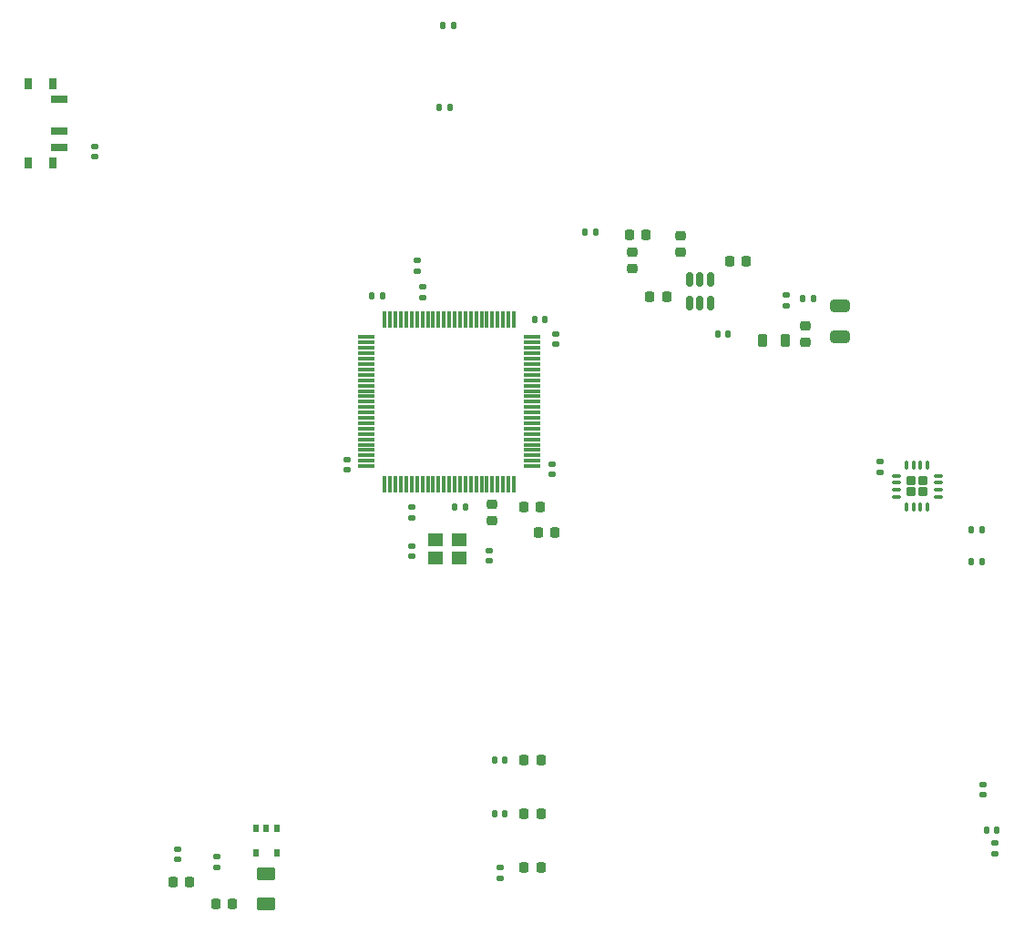
<source format=gbr>
%TF.GenerationSoftware,KiCad,Pcbnew,7.0.6*%
%TF.CreationDate,2023-08-18T22:01:20-04:00*%
%TF.ProjectId,mcu design,6d637520-6465-4736-9967-6e2e6b696361,rev?*%
%TF.SameCoordinates,Original*%
%TF.FileFunction,Paste,Top*%
%TF.FilePolarity,Positive*%
%FSLAX46Y46*%
G04 Gerber Fmt 4.6, Leading zero omitted, Abs format (unit mm)*
G04 Created by KiCad (PCBNEW 7.0.6) date 2023-08-18 22:01:20*
%MOMM*%
%LPD*%
G01*
G04 APERTURE LIST*
G04 Aperture macros list*
%AMRoundRect*
0 Rectangle with rounded corners*
0 $1 Rounding radius*
0 $2 $3 $4 $5 $6 $7 $8 $9 X,Y pos of 4 corners*
0 Add a 4 corners polygon primitive as box body*
4,1,4,$2,$3,$4,$5,$6,$7,$8,$9,$2,$3,0*
0 Add four circle primitives for the rounded corners*
1,1,$1+$1,$2,$3*
1,1,$1+$1,$4,$5*
1,1,$1+$1,$6,$7*
1,1,$1+$1,$8,$9*
0 Add four rect primitives between the rounded corners*
20,1,$1+$1,$2,$3,$4,$5,0*
20,1,$1+$1,$4,$5,$6,$7,0*
20,1,$1+$1,$6,$7,$8,$9,0*
20,1,$1+$1,$8,$9,$2,$3,0*%
G04 Aperture macros list end*
%ADD10RoundRect,0.140000X-0.140000X-0.170000X0.140000X-0.170000X0.140000X0.170000X-0.140000X0.170000X0*%
%ADD11RoundRect,0.225000X0.250000X-0.225000X0.250000X0.225000X-0.250000X0.225000X-0.250000X-0.225000X0*%
%ADD12R,0.510000X0.700000*%
%ADD13RoundRect,0.225000X-0.225000X-0.250000X0.225000X-0.250000X0.225000X0.250000X-0.225000X0.250000X0*%
%ADD14RoundRect,0.140000X0.140000X0.170000X-0.140000X0.170000X-0.140000X-0.170000X0.140000X-0.170000X0*%
%ADD15RoundRect,0.140000X0.170000X-0.140000X0.170000X0.140000X-0.170000X0.140000X-0.170000X-0.140000X0*%
%ADD16RoundRect,0.140000X-0.170000X0.140000X-0.170000X-0.140000X0.170000X-0.140000X0.170000X0.140000X0*%
%ADD17R,1.400000X1.200000*%
%ADD18RoundRect,0.225000X-0.250000X0.225000X-0.250000X-0.225000X0.250000X-0.225000X0.250000X0.225000X0*%
%ADD19RoundRect,0.225000X0.225000X0.250000X-0.225000X0.250000X-0.225000X-0.250000X0.225000X-0.250000X0*%
%ADD20RoundRect,0.212500X-0.212500X-0.212500X0.212500X-0.212500X0.212500X0.212500X-0.212500X0.212500X0*%
%ADD21RoundRect,0.075000X-0.350000X-0.075000X0.350000X-0.075000X0.350000X0.075000X-0.350000X0.075000X0*%
%ADD22RoundRect,0.075000X-0.075000X-0.350000X0.075000X-0.350000X0.075000X0.350000X-0.075000X0.350000X0*%
%ADD23RoundRect,0.250000X0.625000X-0.375000X0.625000X0.375000X-0.625000X0.375000X-0.625000X-0.375000X0*%
%ADD24RoundRect,0.250000X-0.650000X0.325000X-0.650000X-0.325000X0.650000X-0.325000X0.650000X0.325000X0*%
%ADD25RoundRect,0.150000X-0.150000X0.512500X-0.150000X-0.512500X0.150000X-0.512500X0.150000X0.512500X0*%
%ADD26RoundRect,0.075000X0.075000X-0.725000X0.075000X0.725000X-0.075000X0.725000X-0.075000X-0.725000X0*%
%ADD27RoundRect,0.075000X0.725000X-0.075000X0.725000X0.075000X-0.725000X0.075000X-0.725000X-0.075000X0*%
%ADD28R,0.800000X1.000000*%
%ADD29R,1.500000X0.700000*%
%ADD30RoundRect,0.218750X-0.218750X-0.381250X0.218750X-0.381250X0.218750X0.381250X-0.218750X0.381250X0*%
G04 APERTURE END LIST*
D10*
%TO.C,C16*%
X115020000Y-72550000D03*
X115980000Y-72550000D03*
%TD*%
%TO.C,C23*%
X74406000Y-50055000D03*
X75366000Y-50055000D03*
%TD*%
D11*
%TO.C,C10*%
X88000000Y-43775000D03*
X88000000Y-42225000D03*
%TD*%
D12*
%TO.C,Q1*%
X50450000Y-97340000D03*
X49500000Y-97340000D03*
X48550000Y-97340000D03*
X48550000Y-99660000D03*
X50450000Y-99660000D03*
%TD*%
D13*
%TO.C,C26*%
X85145000Y-47910000D03*
X86695000Y-47910000D03*
%TD*%
%TO.C,C9*%
X44825000Y-104400000D03*
X46375000Y-104400000D03*
%TD*%
D14*
%TO.C,R3*%
X71683500Y-91001000D03*
X70723500Y-91001000D03*
%TD*%
D15*
%TO.C,C3*%
X70180000Y-72490000D03*
X70180000Y-71530000D03*
%TD*%
D16*
%TO.C,R7*%
X116144000Y-93295000D03*
X116144000Y-94255000D03*
%TD*%
D17*
%TO.C,Y2*%
X67410000Y-70500000D03*
X65210000Y-70500000D03*
X65210000Y-72200000D03*
X67410000Y-72200000D03*
%TD*%
D18*
%TO.C,C24*%
X99600000Y-50625000D03*
X99600000Y-52175000D03*
%TD*%
D19*
%TO.C,D2*%
X75000000Y-91000000D03*
X73450000Y-91000000D03*
%TD*%
D14*
%TO.C,C25*%
X80090000Y-41890000D03*
X79130000Y-41890000D03*
%TD*%
%TO.C,C4*%
X67980000Y-67500000D03*
X67020000Y-67500000D03*
%TD*%
D16*
%TO.C,C20*%
X76400000Y-51349000D03*
X76400000Y-52309000D03*
%TD*%
D15*
%TO.C,C1*%
X63010000Y-72030000D03*
X63010000Y-71070000D03*
%TD*%
D10*
%TO.C,C6*%
X65580000Y-30300000D03*
X66540000Y-30300000D03*
%TD*%
%TO.C,C18*%
X91460000Y-51410000D03*
X92420000Y-51410000D03*
%TD*%
D16*
%TO.C,C14*%
X76040000Y-63500000D03*
X76040000Y-64460000D03*
%TD*%
D19*
%TO.C,FB1*%
X94095000Y-44570000D03*
X92545000Y-44570000D03*
%TD*%
D15*
%TO.C,R19*%
X71191500Y-101980000D03*
X71191500Y-101020000D03*
%TD*%
%TO.C,R17*%
X97810000Y-48740000D03*
X97810000Y-47780000D03*
%TD*%
D11*
%TO.C,FB2*%
X70500000Y-68775000D03*
X70500000Y-67225000D03*
%TD*%
D20*
%TO.C,U2*%
X109450000Y-65000000D03*
X109450000Y-66050000D03*
X110500000Y-65000000D03*
X110500000Y-66050000D03*
D21*
X108025000Y-64550000D03*
X108025000Y-65200000D03*
X108025000Y-65850000D03*
X108025000Y-66500000D03*
D22*
X109000000Y-67475000D03*
X109650000Y-67475000D03*
X110300000Y-67475000D03*
X110950000Y-67475000D03*
D21*
X111925000Y-66500000D03*
X111925000Y-65850000D03*
X111925000Y-65200000D03*
X111925000Y-64550000D03*
D22*
X110950000Y-63575000D03*
X110300000Y-63575000D03*
X109650000Y-63575000D03*
X109000000Y-63575000D03*
%TD*%
D19*
%TO.C,D1*%
X75000000Y-96000000D03*
X73450000Y-96000000D03*
%TD*%
D16*
%TO.C,C5*%
X117180000Y-98742000D03*
X117180000Y-99702000D03*
%TD*%
D23*
%TO.C,F1*%
X49500000Y-104400000D03*
X49500000Y-101600000D03*
%TD*%
D24*
%TO.C,C17*%
X102770000Y-48725000D03*
X102770000Y-51675000D03*
%TD*%
D15*
%TO.C,R6*%
X63500000Y-45500000D03*
X63500000Y-44540000D03*
%TD*%
D19*
%TO.C,D0*%
X75000000Y-101000000D03*
X73450000Y-101000000D03*
%TD*%
D14*
%TO.C,R2*%
X71671500Y-96001000D03*
X70711500Y-96001000D03*
%TD*%
D16*
%TO.C,R11*%
X41230000Y-99310000D03*
X41230000Y-100270000D03*
%TD*%
D15*
%TO.C,C2*%
X106500000Y-64222000D03*
X106500000Y-63262000D03*
%TD*%
%TO.C,C13*%
X57000000Y-63993000D03*
X57000000Y-63033000D03*
%TD*%
D25*
%TO.C,U3*%
X90750000Y-46262500D03*
X89800000Y-46262500D03*
X88850000Y-46262500D03*
X88850000Y-48537500D03*
X89800000Y-48537500D03*
X90750000Y-48537500D03*
%TD*%
D16*
%TO.C,C21*%
X63000000Y-67500000D03*
X63000000Y-68460000D03*
%TD*%
D10*
%TO.C,C7*%
X65920000Y-22700000D03*
X66880000Y-22700000D03*
%TD*%
%TO.C,R8*%
X116425000Y-97500000D03*
X117385000Y-97500000D03*
%TD*%
D16*
%TO.C,R10*%
X44860000Y-100000000D03*
X44860000Y-100960000D03*
%TD*%
D13*
%TO.C,C8*%
X74785000Y-69860000D03*
X76335000Y-69860000D03*
%TD*%
D26*
%TO.C,U1*%
X60500000Y-65350000D03*
X61000000Y-65350000D03*
X61500000Y-65350000D03*
X62000000Y-65350000D03*
X62500000Y-65350000D03*
X63000000Y-65350000D03*
X63500000Y-65350000D03*
X64000000Y-65350000D03*
X64500000Y-65350000D03*
X65000000Y-65350000D03*
X65500000Y-65350000D03*
X66000000Y-65350000D03*
X66500000Y-65350000D03*
X67000000Y-65350000D03*
X67500000Y-65350000D03*
X68000000Y-65350000D03*
X68500000Y-65350000D03*
X69000000Y-65350000D03*
X69500000Y-65350000D03*
X70000000Y-65350000D03*
X70500000Y-65350000D03*
X71000000Y-65350000D03*
X71500000Y-65350000D03*
X72000000Y-65350000D03*
X72500000Y-65350000D03*
D27*
X74175000Y-63675000D03*
X74175000Y-63175000D03*
X74175000Y-62675000D03*
X74175000Y-62175000D03*
X74175000Y-61675000D03*
X74175000Y-61175000D03*
X74175000Y-60675000D03*
X74175000Y-60175000D03*
X74175000Y-59675000D03*
X74175000Y-59175000D03*
X74175000Y-58675000D03*
X74175000Y-58175000D03*
X74175000Y-57675000D03*
X74175000Y-57175000D03*
X74175000Y-56675000D03*
X74175000Y-56175000D03*
X74175000Y-55675000D03*
X74175000Y-55175000D03*
X74175000Y-54675000D03*
X74175000Y-54175000D03*
X74175000Y-53675000D03*
X74175000Y-53175000D03*
X74175000Y-52675000D03*
X74175000Y-52175000D03*
X74175000Y-51675000D03*
D26*
X72500000Y-50000000D03*
X72000000Y-50000000D03*
X71500000Y-50000000D03*
X71000000Y-50000000D03*
X70500000Y-50000000D03*
X70000000Y-50000000D03*
X69500000Y-50000000D03*
X69000000Y-50000000D03*
X68500000Y-50000000D03*
X68000000Y-50000000D03*
X67500000Y-50000000D03*
X67000000Y-50000000D03*
X66500000Y-50000000D03*
X66000000Y-50000000D03*
X65500000Y-50000000D03*
X65000000Y-50000000D03*
X64500000Y-50000000D03*
X64000000Y-50000000D03*
X63500000Y-50000000D03*
X63000000Y-50000000D03*
X62500000Y-50000000D03*
X62000000Y-50000000D03*
X61500000Y-50000000D03*
X61000000Y-50000000D03*
X60500000Y-50000000D03*
D27*
X58825000Y-51675000D03*
X58825000Y-52175000D03*
X58825000Y-52675000D03*
X58825000Y-53175000D03*
X58825000Y-53675000D03*
X58825000Y-54175000D03*
X58825000Y-54675000D03*
X58825000Y-55175000D03*
X58825000Y-55675000D03*
X58825000Y-56175000D03*
X58825000Y-56675000D03*
X58825000Y-57175000D03*
X58825000Y-57675000D03*
X58825000Y-58175000D03*
X58825000Y-58675000D03*
X58825000Y-59175000D03*
X58825000Y-59675000D03*
X58825000Y-60175000D03*
X58825000Y-60675000D03*
X58825000Y-61175000D03*
X58825000Y-61675000D03*
X58825000Y-62175000D03*
X58825000Y-62675000D03*
X58825000Y-63175000D03*
X58825000Y-63675000D03*
%TD*%
D15*
%TO.C,R9*%
X64040000Y-47980000D03*
X64040000Y-47020000D03*
%TD*%
D13*
%TO.C,C12*%
X73405000Y-67500000D03*
X74955000Y-67500000D03*
%TD*%
D10*
%TO.C,C15*%
X115040000Y-69550000D03*
X116000000Y-69550000D03*
%TD*%
D18*
%TO.C,FB3*%
X83500000Y-43725000D03*
X83500000Y-45275000D03*
%TD*%
D10*
%TO.C,C22*%
X59320000Y-47800000D03*
X60280000Y-47800000D03*
%TD*%
%TO.C,R18*%
X99380000Y-48070000D03*
X100340000Y-48070000D03*
%TD*%
D28*
%TO.C,SW2*%
X29625000Y-28130000D03*
X27415000Y-28130000D03*
X29625000Y-35430000D03*
X27415000Y-35430000D03*
D29*
X30275000Y-29530000D03*
X30275000Y-32530000D03*
X30275000Y-34030000D03*
%TD*%
D15*
%TO.C,R1*%
X33515000Y-34894000D03*
X33515000Y-33934000D03*
%TD*%
D19*
%TO.C,C11*%
X42355000Y-102350000D03*
X40805000Y-102350000D03*
%TD*%
D13*
%TO.C,C19*%
X83235000Y-42190000D03*
X84785000Y-42190000D03*
%TD*%
D30*
%TO.C,L1*%
X95600000Y-51961000D03*
X97725000Y-51961000D03*
%TD*%
M02*

</source>
